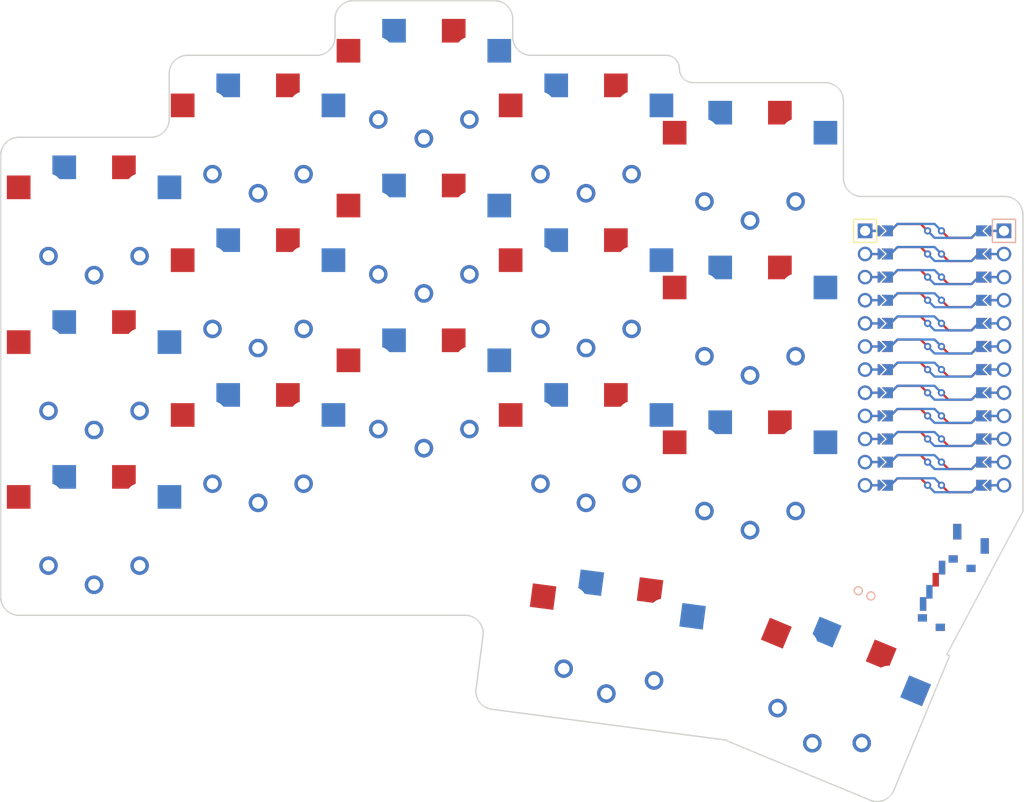
<source format=kicad_pcb>
(kicad_pcb (version 20211014) (generator pcbnew)
  (title_block (title "lazy_ferris") (rev "v1.0.0") (company "Unknown"))
  (layers (0 "F.Cu" signal) (31 "B.Cu" signal) (34 "B.Paste" user) (35 "F.Paste" user) (36 "B.SilkS" user "B.Silkscreen") (37 "F.SilkS" user "F.Silkscreen") (38 "B.Mask" user) (39 "F.Mask" user) (44 "Edge.Cuts" user))
  (net 0 "")
  (net 1 "P8")
  (net 2 "GND")
  (net 3 "P5")
  (net 4 "P2")
  (net 5 "P14")
  (net 6 "P18")
  (net 7 "P20")
  (net 8 "P7")
  (net 9 "P4")
  (net 10 "P0")
  (net 11 "P15")
  (net 12 "P19")
  (net 13 "P21")
  (net 14 "P6")
  (net 15 "P3")
  (net 16 "P1")
  (net 17 "P9")
  (net 18 "P10")
  (net 19 "RAW")
  (net 20 "RST")
  (net 21 "VCC")
  (net 22 "P16")
  (net 23 "pos")
  (footprint "lib:bat" (layer "F.Cu") (at 102.571895 6.840827 -112.5)
    (fp_text reference "")
    (fp_text value "")
  )
  (footprint "PG1350" (layer "F.Cu") (at 36 -43 180)
    (fp_text reference "S12" hide)
    (fp_text value "" hide)
  )
  (footprint "PG1350" (layer "F.Cu") (at 18 0 180)
    (fp_text reference "S2" hide)
    (fp_text value "" hide)
  )
  (footprint "PG1350" (layer "F.Cu") (at 99.094915 17.848125 157.5)
    (fp_text reference "S34" hide)
    (fp_text value "" hide)
  )
  (footprint "PG1350" (layer "F.Cu") (at 72 -43)
    (fp_text reference "S23" hide)
    (fp_text value "" hide)
  )
  (footprint "PG1350" (layer "F.Cu") (at 72 -26)
    (fp_text reference "S21" hide)
    (fp_text value "" hide)
  )
  (footprint "PG1350" (layer "F.Cu") (at 90 -23 180)
    (fp_text reference "S28" hide)
    (fp_text value "" hide)
  )
  (footprint "PG1350" (layer "F.Cu") (at 72 -26 180)
    (fp_text reference "S22" hide)
    (fp_text value "" hide)
  )
  (footprint "PG1350" (layer "F.Cu") (at 36 -9 180)
    (fp_text reference "S8" hide)
    (fp_text value "" hide)
  )
  (footprint "PG1350" (layer "F.Cu") (at 36 -26)
    (fp_text reference "S9" hide)
    (fp_text value "" hide)
  )
  (footprint "PG1350" (layer "F.Cu") (at 54.2 -49 180)
    (fp_text reference "S18" hide)
    (fp_text value "" hide)
  )
  (footprint "PG1350" (layer "F.Cu") (at 54.2 -15 180)
    (fp_text reference "S14" hide)
    (fp_text value "" hide)
  )
  (footprint "PG1350" (layer "F.Cu") (at 90 -6)
    (fp_text reference "S25" hide)
    (fp_text value "" hide)
  )
  (footprint "PG1350" (layer "F.Cu") (at 36 -26 180)
    (fp_text reference "S10" hide)
    (fp_text value "" hide)
  )
  (footprint "PG1350" (layer "F.Cu") (at 90 -40)
    (fp_text reference "S29" hide)
    (fp_text value "" hide)
  )
  (footprint "PG1350" (layer "F.Cu") (at 72 -43 180)
    (fp_text reference "S24" hide)
    (fp_text value "" hide)
  )
  (footprint "Button_Switch_SMD:SW_SPDT_PCM12" (layer "F.Cu") (at 111.302323 6.668716 62.5)
    (fp_text reference "")
    (fp_text value "")
  )
  (footprint "PG1350" (layer "F.Cu") (at 99.094915 17.848125 -22.5)
    (fp_text reference "S33" hide)
    (fp_text value "" hide)
  )
  (footprint "PG1350" (layer "F.Cu") (at 75 12 172.5)
    (fp_text reference "S32" hide)
    (fp_text value "" hide)
  )
  (footprint "PG1350" (layer "F.Cu") (at 18 0)
    (fp_text reference "S1" hide)
    (fp_text value "" hide)
  )
  (footprint "Button_Switch_SMD:SW_SPST_B3U-1000P" (layer "F.Cu") (at 114.251706 0.854841 -27.5)
    (fp_text reference "")
    (fp_text value "")
  )
  (footprint "PG1350" (layer "F.Cu") (at 75 12 -7.5)
    (fp_text reference "S31" hide)
    (fp_text value "" hide)
  )
  (footprint "PG1350" (layer "F.Cu") (at 54.2 -49)
    (fp_text reference "S17" hide)
    (fp_text value "" hide)
  )
  (footprint "ProMicro" (layer "F.Cu") (at 110.25 -19 -90)
    (fp_text reference "MCU1" hide)
    (fp_text value "")
  )
  (footprint "PG1350" (layer "F.Cu") (at 72 -9)
    (fp_text reference "S19" hide)
    (fp_text value "" hide)
  )
  (footprint "PG1350" (layer "F.Cu") (at 18 -34)
    (fp_text reference "S5" hide)
    (fp_text value "" hide)
  )
  (footprint "PG1350" (layer "F.Cu") (at 72 -9 180)
    (fp_text reference "S20" hide)
    (fp_text value "" hide)
  )
  (footprint "PG1350" (layer "F.Cu") (at 18 -17)
    (fp_text reference "S3" hide)
    (fp_text value "" hide)
  )
  (footprint "PG1350" (layer "F.Cu") (at 18 -17 180)
    (fp_text reference "S4" hide)
    (fp_text value "" hide)
  )
  (footprint "PG1350" (layer "F.Cu") (at 90 -40 180)
    (fp_text reference "S30" hide)
    (fp_text value "" hide)
  )
  (footprint "PG1350" (layer "F.Cu") (at 54.2 -15)
    (fp_text reference "S13" hide)
    (fp_text value "" hide)
  )
  (footprint "PG1350" (layer "F.Cu") (at 54.2 -32)
    (fp_text reference "S15" hide)
    (fp_text value "" hide)
  )
  (footprint "PG1350" (layer "F.Cu") (at 54.2 -32 180)
    (fp_text reference "S16" hide)
    (fp_text value "" hide)
  )
  (footprint "PG1350" (layer "F.Cu") (at 90 -6 180)
    (fp_text reference "S26" hide)
    (fp_text value "" hide)
  )
  (footprint "PG1350" (layer "F.Cu") (at 90 -23)
    (fp_text reference "S27" hide)
    (fp_text value "" hide)
  )
  (footprint "PG1350" (layer "F.Cu") (at 18 -34 180)
    (fp_text reference "S6" hide)
    (fp_text value "" hide)
  )
  (footprint "PG1350" (layer "F.Cu") (at 36 -9)
    (fp_text reference "S7" hide)
    (fp_text value "" hide)
  )
  (footprint "PG1350" (layer "F.Cu") (at 36 -43)
    (fp_text reference "S11" hide)
    (fp_text value "" hide)
  )
  (gr_arc (start 117.95 -36.75) (mid 119.364214 -36.164214) (end 119.95 -34.75) (layer "Edge.Cuts") (width 0.15))
  (gr_line (start 46.45 -58.25) (end 61.95 -58.25) (layer "Edge.Cuts") (width 0.15))
  (gr_line (start 87.471148 23.045531) (end 87.500157 22.975495) (layer "Edge.Cuts") (width 0.15))
  (gr_line (start 59.925596 17.327977) (end 60.691408 11.511052) (layer "Edge.Cuts") (width 0.15))
  (gr_line (start 63.95 -56.25) (end 63.95 -54.25) (layer "Edge.Cuts") (width 0.15))
  (gr_line (start 100.25 -38.75) (end 100.25 -47.25) (layer "Edge.Cuts") (width 0.15))
  (gr_arc (start 7.75 -41.25) (mid 8.335786 -42.664214) (end 9.75 -43.25) (layer "Edge.Cuts") (width 0.15))
  (gr_line (start 119.95 -2.289058) (end 119.95 -34.75) (layer "Edge.Cuts") (width 0.15))
  (gr_arc (start 44.45 -56.25) (mid 45.035786 -57.664214) (end 46.45 -58.25) (layer "Edge.Cuts") (width 0.15))
  (gr_line (start 61.647433 19.571919) (end 87.500157 22.975495) (layer "Edge.Cuts") (width 0.15))
  (gr_arc (start 61.95 -58.25) (mid 63.364214 -57.664214) (end 63.95 -56.25) (layer "Edge.Cuts") (width 0.15))
  (gr_arc (start 80.75 -52.25) (mid 81.820688 -51.820688) (end 82.25 -50.75) (layer "Edge.Cuts") (width 0.15))
  (gr_arc (start 83.75 -49.25) (mid 82.693762 -49.693762) (end 82.25 -50.75) (layer "Edge.Cuts") (width 0.15))
  (gr_line (start 44.45 -54.25) (end 44.45 -56.25) (layer "Edge.Cuts") (width 0.15))
  (gr_arc (start 58.708519 9.250001) (mid 60.212198 9.931309) (end 60.691408 11.511052) (layer "Edge.Cuts") (width 0.15))
  (gr_line (start 9.75 -43.25) (end 24.25 -43.25) (layer "Edge.Cuts") (width 0.15))
  (gr_arc (start 102.25 -36.75) (mid 100.835786 -37.335786) (end 100.25 -38.75) (layer "Edge.Cuts") (width 0.15))
  (gr_line (start 102.25 -36.75) (end 117.95 -36.75) (layer "Edge.Cuts") (width 0.15))
  (gr_line (start 105.790226 28.468757) (end 111.91316 13.686684) (layer "Edge.Cuts") (width 0.15))
  (gr_line (start 7.75 7.25) (end 7.75 -41.25) (layer "Edge.Cuts") (width 0.15))
  (gr_arc (start 98.25 -49.25) (mid 99.664214 -48.664214) (end 100.25 -47.25) (layer "Edge.Cuts") (width 0.15))
  (gr_line (start 111.597364 13.555877) (end 111.91316 13.686684) (layer "Edge.Cuts") (width 0.15))
  (gr_line (start 65.95 -52.25) (end 80.75 -52.25) (layer "Edge.Cuts") (width 0.15))
  (gr_arc (start 65.95 -52.25) (mid 64.535786 -52.835786) (end 63.95 -54.25) (layer "Edge.Cuts") (width 0.15))
  (gr_line (start 111.597364 13.555877) (end 120.006338 -2.259103) (layer "Edge.Cuts") (width 0.15))
  (gr_line (start 120.006338 -2.259103) (end 119.95 -2.289058) (layer "Edge.Cuts") (width 0.15))
  (gr_arc (start 26.25 -45.25) (mid 25.664214 -43.835786) (end 24.25 -43.25) (layer "Edge.Cuts") (width 0.15))
  (gr_arc (start 9.75 9.25) (mid 8.335786 8.664214) (end 7.75 7.25) (layer "Edge.Cuts") (width 0.15))
  (gr_line (start 83.75 -49.25) (end 98.25 -49.25) (layer "Edge.Cuts") (width 0.15))
  (gr_arc (start 61.647433 19.571918) (mid 60.321779 18.806552) (end 59.925596 17.327977) (layer "Edge.Cuts") (width 0.15))
  (gr_arc (start 105.790225 28.468756) (mid 104.707833 29.551148) (end 103.1771 29.551149) (layer "Edge.Cuts") (width 0.15))
  (gr_line (start 87.471148 23.045531) (end 103.1771 29.551149) (layer "Edge.Cuts") (width 0.15))
  (gr_arc (start 26.25 -50.25) (mid 26.835786 -51.664214) (end 28.25 -52.25) (layer "Edge.Cuts") (width 0.15))
  (gr_arc (start 44.45 -54.25) (mid 43.864214 -52.835786) (end 42.45 -52.25) (layer "Edge.Cuts") (width 0.15))
  (gr_line (start 26.25 -45.25) (end 26.25 -50.25) (layer "Edge.Cuts") (width 0.15))
  (gr_line (start 9.75 9.25) (end 58.708519 9.25) (layer "Edge.Cuts") (width 0.15))
  (gr_line (start 28.25 -52.25) (end 42.45 -52.25) (layer "Edge.Cuts") (width 0.15))
)
</source>
